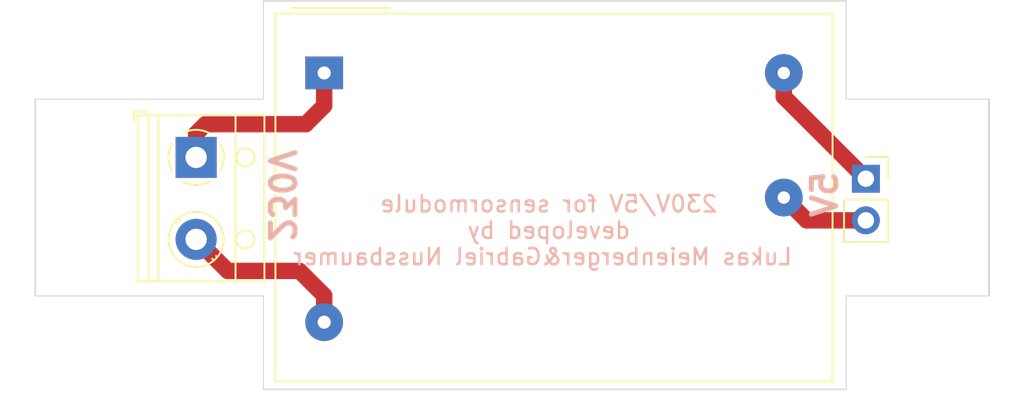
<source format=kicad_pcb>
(kicad_pcb (version 20171130) (host pcbnew "(5.1.4)-1")

  (general
    (thickness 1.6)
    (drawings 17)
    (tracks 13)
    (zones 0)
    (modules 5)
    (nets 5)
  )

  (page A4)
  (layers
    (0 F.Cu signal)
    (31 B.Cu signal)
    (32 B.Adhes user)
    (33 F.Adhes user)
    (34 B.Paste user)
    (35 F.Paste user)
    (36 B.SilkS user)
    (37 F.SilkS user)
    (38 B.Mask user)
    (39 F.Mask user)
    (40 Dwgs.User user)
    (41 Cmts.User user)
    (42 Eco1.User user)
    (43 Eco2.User user)
    (44 Edge.Cuts user)
    (45 Margin user)
    (46 B.CrtYd user)
    (47 F.CrtYd user)
    (48 B.Fab user)
    (49 F.Fab user)
  )

  (setup
    (last_trace_width 1)
    (trace_clearance 1)
    (zone_clearance 0.508)
    (zone_45_only no)
    (trace_min 0.2)
    (via_size 0.8)
    (via_drill 0.4)
    (via_min_size 0.4)
    (via_min_drill 0.3)
    (uvia_size 0.3)
    (uvia_drill 0.1)
    (uvias_allowed no)
    (uvia_min_size 0.2)
    (uvia_min_drill 0.1)
    (edge_width 0.05)
    (segment_width 0.2)
    (pcb_text_width 0.3)
    (pcb_text_size 1.5 1.5)
    (mod_edge_width 0.12)
    (mod_text_size 1 1)
    (mod_text_width 0.15)
    (pad_size 1.524 1.524)
    (pad_drill 0.762)
    (pad_to_mask_clearance 0.051)
    (solder_mask_min_width 0.25)
    (aux_axis_origin 0 0)
    (visible_elements 7FFFFFFF)
    (pcbplotparams
      (layerselection 0x010fc_ffffffff)
      (usegerberextensions false)
      (usegerberattributes false)
      (usegerberadvancedattributes false)
      (creategerberjobfile true)
      (excludeedgelayer true)
      (linewidth 0.100000)
      (plotframeref false)
      (viasonmask false)
      (mode 1)
      (useauxorigin false)
      (hpglpennumber 1)
      (hpglpenspeed 20)
      (hpglpendiameter 15.000000)
      (psnegative false)
      (psa4output false)
      (plotreference true)
      (plotvalue true)
      (plotinvisibletext false)
      (padsonsilk false)
      (subtractmaskfromsilk true)
      (outputformat 1)
      (mirror false)
      (drillshape 0)
      (scaleselection 1)
      (outputdirectory "C:/Users/FT12L/Documents/KiCad/projekt5/power_supply/"))
  )

  (net 0 "")
  (net 1 "Net-(J1-Pad1)")
  (net 2 "Net-(J1-Pad2)")
  (net 3 "Net-(J2-Pad1)")
  (net 4 "Net-(J2-Pad2)")

  (net_class Default "Dies ist die voreingestellte Netzklasse."
    (clearance 1)
    (trace_width 1)
    (via_dia 0.8)
    (via_drill 0.4)
    (uvia_dia 0.3)
    (uvia_drill 0.1)
    (add_net "Net-(J1-Pad1)")
    (add_net "Net-(J1-Pad2)")
    (add_net "Net-(J2-Pad1)")
    (add_net "Net-(J2-Pad2)")
  )

  (module Converter_ACDC:Converter_ACDC_MeanWell_IRM-02-xx_THT (layer F.Cu) (tedit 59FEFB72) (tstamp 5EF79A30)
    (at 142.2 92.4)
    (descr "ACDC-Converter, 2W, Meanwell, IRM-02, THT, https://www.meanwell.co.uk/media/productPDF/IRM-02-spec.pdf")
    (tags "ACDC-Converter 2W THT")
    (path /5EF74A36)
    (fp_text reference PS1 (at -0.8 -4.8) (layer F.SilkS) hide
      (effects (font (size 1 1) (thickness 0.15)))
    )
    (fp_text value IRM-02-5 (at 15.14 20.15) (layer F.Fab)
      (effects (font (size 1 1) (thickness 0.15)))
    )
    (fp_line (start -3.1 18.95) (end -3.1 -3.75) (layer F.CrtYd) (width 0.05))
    (fp_line (start -3.1 -3.75) (end 31.1 -3.75) (layer F.CrtYd) (width 0.05))
    (fp_line (start 31.1 18.95) (end 31.1 -3.75) (layer F.CrtYd) (width 0.05))
    (fp_line (start -3.1 18.95) (end 31.1 18.95) (layer F.CrtYd) (width 0.05))
    (fp_line (start -2.97 18.82) (end -2.97 -3.62) (layer F.SilkS) (width 0.12))
    (fp_line (start 30.97 -3.62) (end 30.97 18.82) (layer F.SilkS) (width 0.12))
    (fp_line (start -2.97 -3.62) (end 30.97 -3.62) (layer F.SilkS) (width 0.12))
    (fp_line (start -2.97 18.82) (end 30.97 18.82) (layer F.SilkS) (width 0.12))
    (fp_line (start -2.85 18.7) (end 30.85 18.7) (layer F.Fab) (width 0.1))
    (fp_line (start 30.85 18.7) (end 30.85 -3.5) (layer F.Fab) (width 0.1))
    (fp_line (start -2.85 18.7) (end -2.85 -3.5) (layer F.Fab) (width 0.1))
    (fp_line (start 1 -3.5) (end 30.85 -3.5) (layer F.Fab) (width 0.1))
    (fp_text user %R (at 14.03 7.47) (layer F.Fab)
      (effects (font (size 1 1) (thickness 0.15)))
    )
    (fp_line (start -1 -3.5) (end -2.85 -3.5) (layer F.Fab) (width 0.1))
    (fp_line (start 0 -2.5) (end -1 -3.5) (layer F.Fab) (width 0.1))
    (fp_line (start 1 -3.5) (end 0 -2.5) (layer F.Fab) (width 0.1))
    (fp_line (start -2 -3.95) (end 4 -3.95) (layer F.SilkS) (width 0.12))
    (pad 3 thru_hole circle (at 28 0) (size 2.3 2.3) (drill 0.76) (layers *.Cu *.Mask)
      (net 3 "Net-(J2-Pad1)"))
    (pad 1 thru_hole rect (at 0 0) (size 2.3 2) (drill 0.8) (layers *.Cu *.Mask)
      (net 1 "Net-(J1-Pad1)"))
    (pad 2 thru_hole circle (at 0 15.2) (size 2.3 2.3) (drill 0.8) (layers *.Cu *.Mask)
      (net 2 "Net-(J1-Pad2)"))
    (pad 4 thru_hole circle (at 28 7.6) (size 2.3 2.3) (drill 0.76) (layers *.Cu *.Mask)
      (net 4 "Net-(J2-Pad2)"))
    (model ${KISYS3DMOD}/Converter_ACDC.3dshapes/Converter_ACDC_MeanWell_IRM-02-xx_THT.wrl
      (at (xyz 0 0 0))
      (scale (xyz 1 1 1))
      (rotate (xyz 0 0 0))
    )
  )

  (module TerminalBlock_RND:TerminalBlock_RND_205-00012_1x02_P5.00mm_Horizontal (layer F.Cu) (tedit 5B294F52) (tstamp 5EF79A01)
    (at 134.4 97.55 270)
    (descr "terminal block RND 205-00012, 2 pins, pitch 5mm, size 10x7.6mm^2, drill diamater 1.3mm, pad diameter 2.5mm, see http://cdn-reichelt.de/documents/datenblatt/C151/RND_205-00012_DB_EN.pdf, script-generated using https://github.com/pointhi/kicad-footprint-generator/scripts/TerminalBlock_RND")
    (tags "THT terminal block RND 205-00012 pitch 5mm size 10x7.6mm^2 drill 1.3mm pad 2.5mm")
    (path /5EF76129)
    (fp_text reference J1 (at 2.5 -5.16 90) (layer F.SilkS) hide
      (effects (font (size 1 1) (thickness 0.15)))
    )
    (fp_text value Screw_Terminal_01x02 (at 2.5 4.56 90) (layer F.Fab)
      (effects (font (size 1 1) (thickness 0.15)))
    )
    (fp_arc (start 0 0) (end 0 1.68) (angle -28) (layer F.SilkS) (width 0.12))
    (fp_arc (start 0 0) (end 1.484 0.789) (angle -56) (layer F.SilkS) (width 0.12))
    (fp_arc (start 0 0) (end 0.789 -1.484) (angle -56) (layer F.SilkS) (width 0.12))
    (fp_arc (start 0 0) (end -1.484 -0.789) (angle -56) (layer F.SilkS) (width 0.12))
    (fp_arc (start 0 0) (end -0.789 1.484) (angle -29) (layer F.SilkS) (width 0.12))
    (fp_circle (center 0 0) (end 1.5 0) (layer F.Fab) (width 0.1))
    (fp_circle (center 0 -3) (end 0.55 -3) (layer F.Fab) (width 0.1))
    (fp_circle (center 0 -3) (end 0.55 -3) (layer F.SilkS) (width 0.12))
    (fp_circle (center 5 0) (end 6.5 0) (layer F.Fab) (width 0.1))
    (fp_circle (center 5 0) (end 6.68 0) (layer F.SilkS) (width 0.12))
    (fp_circle (center 5 -3) (end 5.55 -3) (layer F.Fab) (width 0.1))
    (fp_circle (center 5 -3) (end 5.55 -3) (layer F.SilkS) (width 0.12))
    (fp_line (start -2.5 -4.1) (end 7.5 -4.1) (layer F.Fab) (width 0.1))
    (fp_line (start 7.5 -4.1) (end 7.5 3.5) (layer F.Fab) (width 0.1))
    (fp_line (start 7.5 3.5) (end -1.9 3.5) (layer F.Fab) (width 0.1))
    (fp_line (start -1.9 3.5) (end -2.5 2.9) (layer F.Fab) (width 0.1))
    (fp_line (start -2.5 2.9) (end -2.5 -4.1) (layer F.Fab) (width 0.1))
    (fp_line (start -2.5 2.9) (end 7.5 2.9) (layer F.Fab) (width 0.1))
    (fp_line (start -2.56 2.9) (end 7.56 2.9) (layer F.SilkS) (width 0.12))
    (fp_line (start -2.5 2.3) (end 7.5 2.3) (layer F.Fab) (width 0.1))
    (fp_line (start -2.56 2.3) (end 7.56 2.3) (layer F.SilkS) (width 0.12))
    (fp_line (start -2.5 -2.4) (end 7.5 -2.4) (layer F.Fab) (width 0.1))
    (fp_line (start -2.56 -2.4) (end 7.56 -2.4) (layer F.SilkS) (width 0.12))
    (fp_line (start -2.56 -4.16) (end 7.56 -4.16) (layer F.SilkS) (width 0.12))
    (fp_line (start -2.56 3.561) (end 7.56 3.561) (layer F.SilkS) (width 0.12))
    (fp_line (start -2.56 -4.16) (end -2.56 3.561) (layer F.SilkS) (width 0.12))
    (fp_line (start 7.56 -4.16) (end 7.56 3.561) (layer F.SilkS) (width 0.12))
    (fp_line (start 1.138 -0.955) (end -0.955 1.138) (layer F.Fab) (width 0.1))
    (fp_line (start 0.955 -1.138) (end -1.138 0.955) (layer F.Fab) (width 0.1))
    (fp_line (start 6.138 -0.955) (end 4.046 1.138) (layer F.Fab) (width 0.1))
    (fp_line (start 5.955 -1.138) (end 3.863 0.955) (layer F.Fab) (width 0.1))
    (fp_line (start 6.275 -1.069) (end 6.181 -0.976) (layer F.SilkS) (width 0.12))
    (fp_line (start 3.99 1.216) (end 3.931 1.274) (layer F.SilkS) (width 0.12))
    (fp_line (start 6.07 -1.275) (end 6.011 -1.216) (layer F.SilkS) (width 0.12))
    (fp_line (start 3.82 0.976) (end 3.726 1.069) (layer F.SilkS) (width 0.12))
    (fp_line (start -2.8 2.96) (end -2.8 3.8) (layer F.SilkS) (width 0.12))
    (fp_line (start -2.8 3.8) (end -2.2 3.8) (layer F.SilkS) (width 0.12))
    (fp_line (start -3 -4.6) (end -3 4) (layer F.CrtYd) (width 0.05))
    (fp_line (start -3 4) (end 8 4) (layer F.CrtYd) (width 0.05))
    (fp_line (start 8 4) (end 8 -4.6) (layer F.CrtYd) (width 0.05))
    (fp_line (start 8 -4.6) (end -3 -4.6) (layer F.CrtYd) (width 0.05))
    (fp_text user %R (at 2.5 -5.16 90) (layer F.Fab)
      (effects (font (size 1 1) (thickness 0.15)))
    )
    (pad 1 thru_hole rect (at 0 0 270) (size 2.5 2.5) (drill 1.3) (layers *.Cu *.Mask)
      (net 1 "Net-(J1-Pad1)"))
    (pad 2 thru_hole circle (at 5 0 270) (size 2.5 2.5) (drill 1.3) (layers *.Cu *.Mask)
      (net 2 "Net-(J1-Pad2)"))
    (model ${KISYS3DMOD}/TerminalBlock_RND.3dshapes/TerminalBlock_RND_205-00012_1x02_P5.00mm_Horizontal.wrl
      (at (xyz 0 0 0))
      (scale (xyz 1 1 1))
      (rotate (xyz 0 0 0))
    )
  )

  (module Connector_PinSocket_2.54mm:PinSocket_1x02_P2.54mm_Vertical (layer F.Cu) (tedit 5A19A420) (tstamp 5EF79C3E)
    (at 175.2 98.85)
    (descr "Through hole straight socket strip, 1x02, 2.54mm pitch, single row (from Kicad 4.0.7), script generated")
    (tags "Through hole socket strip THT 1x02 2.54mm single row")
    (path /5EF7554B)
    (fp_text reference J2 (at 0 -2.77) (layer F.SilkS) hide
      (effects (font (size 1 1) (thickness 0.15)))
    )
    (fp_text value Conn_01x02_Male (at 0 5.31) (layer F.Fab)
      (effects (font (size 1 1) (thickness 0.15)))
    )
    (fp_line (start -1.27 -1.27) (end 0.635 -1.27) (layer F.Fab) (width 0.1))
    (fp_line (start 0.635 -1.27) (end 1.27 -0.635) (layer F.Fab) (width 0.1))
    (fp_line (start 1.27 -0.635) (end 1.27 3.81) (layer F.Fab) (width 0.1))
    (fp_line (start 1.27 3.81) (end -1.27 3.81) (layer F.Fab) (width 0.1))
    (fp_line (start -1.27 3.81) (end -1.27 -1.27) (layer F.Fab) (width 0.1))
    (fp_line (start -1.33 1.27) (end 1.33 1.27) (layer F.SilkS) (width 0.12))
    (fp_line (start -1.33 1.27) (end -1.33 3.87) (layer F.SilkS) (width 0.12))
    (fp_line (start -1.33 3.87) (end 1.33 3.87) (layer F.SilkS) (width 0.12))
    (fp_line (start 1.33 1.27) (end 1.33 3.87) (layer F.SilkS) (width 0.12))
    (fp_line (start 1.33 -1.33) (end 1.33 0) (layer F.SilkS) (width 0.12))
    (fp_line (start 0 -1.33) (end 1.33 -1.33) (layer F.SilkS) (width 0.12))
    (fp_line (start -1.8 -1.8) (end 1.75 -1.8) (layer F.CrtYd) (width 0.05))
    (fp_line (start 1.75 -1.8) (end 1.75 4.3) (layer F.CrtYd) (width 0.05))
    (fp_line (start 1.75 4.3) (end -1.8 4.3) (layer F.CrtYd) (width 0.05))
    (fp_line (start -1.8 4.3) (end -1.8 -1.8) (layer F.CrtYd) (width 0.05))
    (fp_text user %R (at 0 1.27 180) (layer F.Fab)
      (effects (font (size 1 1) (thickness 0.15)))
    )
    (pad 1 thru_hole rect (at 0 0) (size 1.7 1.7) (drill 1) (layers *.Cu *.Mask)
      (net 3 "Net-(J2-Pad1)"))
    (pad 2 thru_hole oval (at 0 2.54) (size 1.7 1.7) (drill 1) (layers *.Cu *.Mask)
      (net 4 "Net-(J2-Pad2)"))
    (model ${KISYS3DMOD}/Connector_PinSocket_2.54mm.3dshapes/PinSocket_1x02_P2.54mm_Vertical.wrl
      (at (xyz 0 0 0))
      (scale (xyz 1 1 1))
      (rotate (xyz 0 0 0))
    )
  )

  (module MountingHole:MountingHole_3.2mm_M3_ISO14580 (layer F.Cu) (tedit 56D1B4CB) (tstamp 5EF7A5F1)
    (at 127.6 100)
    (descr "Mounting Hole 3.2mm, no annular, M3, ISO14580")
    (tags "mounting hole 3.2mm no annular m3 iso14580")
    (path /5EF7958D)
    (attr virtual)
    (fp_text reference H1 (at 0 -3.75) (layer F.SilkS) hide
      (effects (font (size 1 1) (thickness 0.15)))
    )
    (fp_text value MountingHole (at 0 3.75) (layer F.Fab)
      (effects (font (size 1 1) (thickness 0.15)))
    )
    (fp_text user %R (at 0.3 0) (layer F.Fab)
      (effects (font (size 1 1) (thickness 0.15)))
    )
    (fp_circle (center 0 0) (end 2.75 0) (layer Cmts.User) (width 0.15))
    (fp_circle (center 0 0) (end 3 0) (layer F.CrtYd) (width 0.05))
    (pad 1 np_thru_hole circle (at 0 0) (size 3.2 3.2) (drill 3.2) (layers *.Cu *.Mask))
  )

  (module MountingHole:MountingHole_3.2mm_M3_ISO14580 (layer F.Cu) (tedit 56D1B4CB) (tstamp 5EF7A087)
    (at 179.7 100)
    (descr "Mounting Hole 3.2mm, no annular, M3, ISO14580")
    (tags "mounting hole 3.2mm no annular m3 iso14580")
    (path /5EF79C63)
    (attr virtual)
    (fp_text reference H2 (at 0 -3.75) (layer F.SilkS) hide
      (effects (font (size 1 1) (thickness 0.15)))
    )
    (fp_text value MountingHole (at 0 3.75) (layer F.Fab)
      (effects (font (size 1 1) (thickness 0.15)))
    )
    (fp_circle (center 0 0) (end 3 0) (layer F.CrtYd) (width 0.05))
    (fp_circle (center 0 0) (end 2.75 0) (layer Cmts.User) (width 0.15))
    (fp_text user %R (at 0.3 0) (layer F.Fab)
      (effects (font (size 1 1) (thickness 0.15)))
    )
    (pad 1 np_thru_hole circle (at 0 0) (size 3.2 3.2) (drill 3.2) (layers *.Cu *.Mask))
  )

  (gr_line (start 124.6 94) (end 182.7 106) (layer Dwgs.User) (width 0.15))
  (gr_line (start 124.6 106) (end 182.7 94) (layer Dwgs.User) (width 0.15))
  (gr_line (start 174 106) (end 182.7 106) (layer Edge.Cuts) (width 0.05) (tstamp 5EF7AF29))
  (gr_line (start 174 111.7) (end 174 106) (layer Edge.Cuts) (width 0.05))
  (gr_line (start 174 94) (end 182.7 94) (layer Edge.Cuts) (width 0.05) (tstamp 5EF7AF28))
  (gr_line (start 174 88) (end 174 94) (layer Edge.Cuts) (width 0.05))
  (gr_line (start 138.5 106) (end 138.5 111.7) (layer Edge.Cuts) (width 0.05))
  (gr_line (start 124.6 106) (end 138.5 106) (layer Edge.Cuts) (width 0.05))
  (gr_line (start 138.5 94) (end 138.5 88) (layer Edge.Cuts) (width 0.05))
  (gr_line (start 124.6 94) (end 138.5 94) (layer Edge.Cuts) (width 0.05))
  (gr_text "230V/5V for sensormodule \ndeveloped by \nLukas Meienberger&Gabriel Nussbaumer" (at 155.5 102) (layer B.SilkS)
    (effects (font (size 1 1) (thickness 0.15)) (justify mirror))
  )
  (gr_line (start 182.7 94) (end 182.7 106) (layer Edge.Cuts) (width 0.1))
  (gr_line (start 124.6 106) (end 124.6 94) (layer Edge.Cuts) (width 0.1) (tstamp 5EF7AE3A))
  (gr_line (start 174 111.7) (end 138.5 111.7) (layer Edge.Cuts) (width 0.1))
  (gr_line (start 138.5 88) (end 174 88) (layer Edge.Cuts) (width 0.1))
  (gr_text 5V (at 172.7 99.8 90) (layer B.SilkS)
    (effects (font (size 1.5 1.5) (thickness 0.3)) (justify mirror))
  )
  (gr_text 230V (at 139.6 99.9 270) (layer B.SilkS)
    (effects (font (size 1.5 1.5) (thickness 0.3)) (justify mirror))
  )

  (segment (start 142.2 94.4) (end 142.2 92.4) (width 1) (layer F.Cu) (net 1))
  (segment (start 141.07499 95.52501) (end 142.2 94.4) (width 1) (layer F.Cu) (net 1))
  (segment (start 134.97499 95.52501) (end 141.07499 95.52501) (width 1) (layer F.Cu) (net 1))
  (segment (start 134.4 96.1) (end 134.97499 95.52501) (width 1) (layer F.Cu) (net 1))
  (segment (start 134.4 97.55) (end 134.4 96.1) (width 1) (layer F.Cu) (net 1))
  (segment (start 142.2 105.973655) (end 142.2 107.6) (width 1) (layer F.Cu) (net 2))
  (segment (start 140.701335 104.47499) (end 142.2 105.973655) (width 1) (layer F.Cu) (net 2))
  (segment (start 134.4 102.55) (end 136.32499 104.47499) (width 1) (layer F.Cu) (net 2))
  (segment (start 136.32499 104.47499) (end 140.701335 104.47499) (width 1) (layer F.Cu) (net 2))
  (segment (start 170.2 93.85) (end 175.2 98.85) (width 1) (layer F.Cu) (net 3))
  (segment (start 170.2 92.4) (end 170.2 93.85) (width 1) (layer F.Cu) (net 3))
  (segment (start 171.59 101.39) (end 175.2 101.39) (width 1) (layer F.Cu) (net 4))
  (segment (start 170.2 100) (end 171.59 101.39) (width 1) (layer F.Cu) (net 4))

)

</source>
